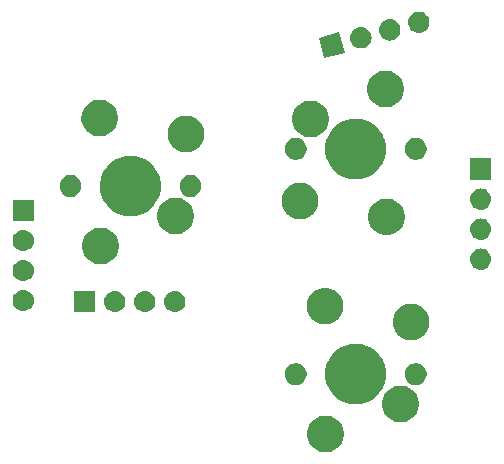
<source format=gbr>
G04 #@! TF.GenerationSoftware,KiCad,Pcbnew,(5.1.4)-1*
G04 #@! TF.CreationDate,2023-09-09T05:27:38-04:00*
G04 #@! TF.ProjectId,ThumbsUp,5468756d-6273-4557-902e-6b696361645f,rev?*
G04 #@! TF.SameCoordinates,Original*
G04 #@! TF.FileFunction,Soldermask,Top*
G04 #@! TF.FilePolarity,Negative*
%FSLAX46Y46*%
G04 Gerber Fmt 4.6, Leading zero omitted, Abs format (unit mm)*
G04 Created by KiCad (PCBNEW (5.1.4)-1) date 2023-09-09 05:27:38*
%MOMM*%
%LPD*%
G04 APERTURE LIST*
%ADD10C,0.100000*%
G04 APERTURE END LIST*
D10*
G36*
X-109077415Y-375038802D02*
G01*
X-108927590Y-375068604D01*
X-108645326Y-375185521D01*
X-108391295Y-375355259D01*
X-108175259Y-375571295D01*
X-108005521Y-375825326D01*
X-107888604Y-376107590D01*
X-107829000Y-376407240D01*
X-107829000Y-376712760D01*
X-107888604Y-377012410D01*
X-108005521Y-377294674D01*
X-108175259Y-377548705D01*
X-108391295Y-377764741D01*
X-108645326Y-377934479D01*
X-108927590Y-378051396D01*
X-109077415Y-378081198D01*
X-109227239Y-378111000D01*
X-109532761Y-378111000D01*
X-109682585Y-378081198D01*
X-109832410Y-378051396D01*
X-110114674Y-377934479D01*
X-110368705Y-377764741D01*
X-110584741Y-377548705D01*
X-110754479Y-377294674D01*
X-110871396Y-377012410D01*
X-110931000Y-376712760D01*
X-110931000Y-376407240D01*
X-110871396Y-376107590D01*
X-110754479Y-375825326D01*
X-110584741Y-375571295D01*
X-110368705Y-375355259D01*
X-110114674Y-375185521D01*
X-109832410Y-375068604D01*
X-109682585Y-375038802D01*
X-109532761Y-375009000D01*
X-109227239Y-375009000D01*
X-109077415Y-375038802D01*
X-109077415Y-375038802D01*
G37*
G36*
X-102727415Y-372498802D02*
G01*
X-102577590Y-372528604D01*
X-102295326Y-372645521D01*
X-102041295Y-372815259D01*
X-101825259Y-373031295D01*
X-101655521Y-373285326D01*
X-101538604Y-373567590D01*
X-101479000Y-373867240D01*
X-101479000Y-374172760D01*
X-101538604Y-374472410D01*
X-101655521Y-374754674D01*
X-101825259Y-375008705D01*
X-102041295Y-375224741D01*
X-102295326Y-375394479D01*
X-102577590Y-375511396D01*
X-102727415Y-375541198D01*
X-102877239Y-375571000D01*
X-103182761Y-375571000D01*
X-103332585Y-375541198D01*
X-103482410Y-375511396D01*
X-103764674Y-375394479D01*
X-104018705Y-375224741D01*
X-104234741Y-375008705D01*
X-104404479Y-374754674D01*
X-104521396Y-374472410D01*
X-104581000Y-374172760D01*
X-104581000Y-373867240D01*
X-104521396Y-373567590D01*
X-104404479Y-373285326D01*
X-104234741Y-373031295D01*
X-104018705Y-372815259D01*
X-103764674Y-372645521D01*
X-103482410Y-372528604D01*
X-103332585Y-372498802D01*
X-103182761Y-372469000D01*
X-102877239Y-372469000D01*
X-102727415Y-372498802D01*
X-102727415Y-372498802D01*
G37*
G36*
X-106337448Y-368953497D02*
G01*
X-106088609Y-369002994D01*
X-105894425Y-369083428D01*
X-105619808Y-369197178D01*
X-105197896Y-369479090D01*
X-104839090Y-369837896D01*
X-104557178Y-370259808D01*
X-104443428Y-370534425D01*
X-104362994Y-370728609D01*
X-104264000Y-371226286D01*
X-104264000Y-371733714D01*
X-104362994Y-372231391D01*
X-104420580Y-372370415D01*
X-104557178Y-372700192D01*
X-104839090Y-373122104D01*
X-105197896Y-373480910D01*
X-105619808Y-373762822D01*
X-105871893Y-373867239D01*
X-106088609Y-373957006D01*
X-106337448Y-374006503D01*
X-106586285Y-374056000D01*
X-107093715Y-374056000D01*
X-107342552Y-374006503D01*
X-107591391Y-373957006D01*
X-107808107Y-373867239D01*
X-108060192Y-373762822D01*
X-108482104Y-373480910D01*
X-108840910Y-373122104D01*
X-109122822Y-372700192D01*
X-109259420Y-372370415D01*
X-109317006Y-372231391D01*
X-109416000Y-371733714D01*
X-109416000Y-371226286D01*
X-109317006Y-370728609D01*
X-109236572Y-370534425D01*
X-109122822Y-370259808D01*
X-108840910Y-369837896D01*
X-108482104Y-369479090D01*
X-108060192Y-369197178D01*
X-107785575Y-369083428D01*
X-107591391Y-369002994D01*
X-107342552Y-368953497D01*
X-107093715Y-368904000D01*
X-106586285Y-368904000D01*
X-106337448Y-368953497D01*
X-106337448Y-368953497D01*
G37*
G36*
X-111649896Y-370589585D02*
G01*
X-111481374Y-370659389D01*
X-111329709Y-370760728D01*
X-111200728Y-370889709D01*
X-111099389Y-371041374D01*
X-111029585Y-371209896D01*
X-110994000Y-371388797D01*
X-110994000Y-371571203D01*
X-111029585Y-371750104D01*
X-111099389Y-371918626D01*
X-111200728Y-372070291D01*
X-111329709Y-372199272D01*
X-111481374Y-372300611D01*
X-111649896Y-372370415D01*
X-111828797Y-372406000D01*
X-112011203Y-372406000D01*
X-112190104Y-372370415D01*
X-112358626Y-372300611D01*
X-112510291Y-372199272D01*
X-112639272Y-372070291D01*
X-112740611Y-371918626D01*
X-112810415Y-371750104D01*
X-112846000Y-371571203D01*
X-112846000Y-371388797D01*
X-112810415Y-371209896D01*
X-112740611Y-371041374D01*
X-112639272Y-370889709D01*
X-112510291Y-370760728D01*
X-112358626Y-370659389D01*
X-112190104Y-370589585D01*
X-112011203Y-370554000D01*
X-111828797Y-370554000D01*
X-111649896Y-370589585D01*
X-111649896Y-370589585D01*
G37*
G36*
X-101489896Y-370589585D02*
G01*
X-101321374Y-370659389D01*
X-101169709Y-370760728D01*
X-101040728Y-370889709D01*
X-100939389Y-371041374D01*
X-100869585Y-371209896D01*
X-100834000Y-371388797D01*
X-100834000Y-371571203D01*
X-100869585Y-371750104D01*
X-100939389Y-371918626D01*
X-101040728Y-372070291D01*
X-101169709Y-372199272D01*
X-101321374Y-372300611D01*
X-101489896Y-372370415D01*
X-101668797Y-372406000D01*
X-101851203Y-372406000D01*
X-102030104Y-372370415D01*
X-102198626Y-372300611D01*
X-102350291Y-372199272D01*
X-102479272Y-372070291D01*
X-102580611Y-371918626D01*
X-102650415Y-371750104D01*
X-102686000Y-371571203D01*
X-102686000Y-371388797D01*
X-102650415Y-371209896D01*
X-102580611Y-371041374D01*
X-102479272Y-370889709D01*
X-102350291Y-370760728D01*
X-102198626Y-370659389D01*
X-102030104Y-370589585D01*
X-101851203Y-370554000D01*
X-101668797Y-370554000D01*
X-101489896Y-370589585D01*
X-101489896Y-370589585D01*
G37*
G36*
X-101837415Y-365558802D02*
G01*
X-101687590Y-365588604D01*
X-101405326Y-365705521D01*
X-101151295Y-365875259D01*
X-100935259Y-366091295D01*
X-100765521Y-366345326D01*
X-100716087Y-366464672D01*
X-100648604Y-366627591D01*
X-100589000Y-366927239D01*
X-100589000Y-367232761D01*
X-100618802Y-367382585D01*
X-100648604Y-367532410D01*
X-100765521Y-367814674D01*
X-100935259Y-368068705D01*
X-101151295Y-368284741D01*
X-101405326Y-368454479D01*
X-101687590Y-368571396D01*
X-101837415Y-368601198D01*
X-101987239Y-368631000D01*
X-102292761Y-368631000D01*
X-102442585Y-368601198D01*
X-102592410Y-368571396D01*
X-102874674Y-368454479D01*
X-103128705Y-368284741D01*
X-103344741Y-368068705D01*
X-103514479Y-367814674D01*
X-103631396Y-367532410D01*
X-103661198Y-367382585D01*
X-103691000Y-367232761D01*
X-103691000Y-366927239D01*
X-103631396Y-366627591D01*
X-103563913Y-366464672D01*
X-103514479Y-366345326D01*
X-103344741Y-366091295D01*
X-103128705Y-365875259D01*
X-102874674Y-365705521D01*
X-102592410Y-365588604D01*
X-102442585Y-365558802D01*
X-102292761Y-365529000D01*
X-101987239Y-365529000D01*
X-101837415Y-365558802D01*
X-101837415Y-365558802D01*
G37*
G36*
X-109137415Y-364208802D02*
G01*
X-108987590Y-364238604D01*
X-108705326Y-364355521D01*
X-108451295Y-364525259D01*
X-108235259Y-364741295D01*
X-108065521Y-364995326D01*
X-107948604Y-365277590D01*
X-107948604Y-365277591D01*
X-107889000Y-365577239D01*
X-107889000Y-365882761D01*
X-107890058Y-365888078D01*
X-107948604Y-366182410D01*
X-108065521Y-366464674D01*
X-108235259Y-366718705D01*
X-108451295Y-366934741D01*
X-108705326Y-367104479D01*
X-108987590Y-367221396D01*
X-109044721Y-367232760D01*
X-109287239Y-367281000D01*
X-109592761Y-367281000D01*
X-109835279Y-367232760D01*
X-109892410Y-367221396D01*
X-110174674Y-367104479D01*
X-110428705Y-366934741D01*
X-110644741Y-366718705D01*
X-110814479Y-366464674D01*
X-110931396Y-366182410D01*
X-110989942Y-365888078D01*
X-110991000Y-365882761D01*
X-110991000Y-365577239D01*
X-110931396Y-365277591D01*
X-110931396Y-365277590D01*
X-110814479Y-364995326D01*
X-110644741Y-364741295D01*
X-110428705Y-364525259D01*
X-110174674Y-364355521D01*
X-109892410Y-364238604D01*
X-109742585Y-364208802D01*
X-109592761Y-364179000D01*
X-109287239Y-364179000D01*
X-109137415Y-364208802D01*
X-109137415Y-364208802D01*
G37*
G36*
X-128868330Y-366245574D02*
G01*
X-130670330Y-366245574D01*
X-130670330Y-364443574D01*
X-128868330Y-364443574D01*
X-128868330Y-366245574D01*
X-128868330Y-366245574D01*
G37*
G36*
X-127118888Y-364450092D02*
G01*
X-127052703Y-364456611D01*
X-126882864Y-364508131D01*
X-126726339Y-364591796D01*
X-126706953Y-364607706D01*
X-126589144Y-364704388D01*
X-126505882Y-364805845D01*
X-126476552Y-364841583D01*
X-126392887Y-364998108D01*
X-126341367Y-365167947D01*
X-126323971Y-365344574D01*
X-126341367Y-365521201D01*
X-126392887Y-365691040D01*
X-126476552Y-365847565D01*
X-126499280Y-365875259D01*
X-126589144Y-365984760D01*
X-126690601Y-366068022D01*
X-126726339Y-366097352D01*
X-126882864Y-366181017D01*
X-127052703Y-366232537D01*
X-127118888Y-366239056D01*
X-127185070Y-366245574D01*
X-127273590Y-366245574D01*
X-127339772Y-366239056D01*
X-127405957Y-366232537D01*
X-127575796Y-366181017D01*
X-127732321Y-366097352D01*
X-127768059Y-366068022D01*
X-127869516Y-365984760D01*
X-127959380Y-365875259D01*
X-127982108Y-365847565D01*
X-128065773Y-365691040D01*
X-128117293Y-365521201D01*
X-128134689Y-365344574D01*
X-128117293Y-365167947D01*
X-128065773Y-364998108D01*
X-127982108Y-364841583D01*
X-127952778Y-364805845D01*
X-127869516Y-364704388D01*
X-127751707Y-364607706D01*
X-127732321Y-364591796D01*
X-127575796Y-364508131D01*
X-127405957Y-364456611D01*
X-127339772Y-364450092D01*
X-127273590Y-364443574D01*
X-127185070Y-364443574D01*
X-127118888Y-364450092D01*
X-127118888Y-364450092D01*
G37*
G36*
X-124578888Y-364450092D02*
G01*
X-124512703Y-364456611D01*
X-124342864Y-364508131D01*
X-124186339Y-364591796D01*
X-124166953Y-364607706D01*
X-124049144Y-364704388D01*
X-123965882Y-364805845D01*
X-123936552Y-364841583D01*
X-123852887Y-364998108D01*
X-123801367Y-365167947D01*
X-123783971Y-365344574D01*
X-123801367Y-365521201D01*
X-123852887Y-365691040D01*
X-123936552Y-365847565D01*
X-123959280Y-365875259D01*
X-124049144Y-365984760D01*
X-124150601Y-366068022D01*
X-124186339Y-366097352D01*
X-124342864Y-366181017D01*
X-124512703Y-366232537D01*
X-124578888Y-366239056D01*
X-124645070Y-366245574D01*
X-124733590Y-366245574D01*
X-124799772Y-366239056D01*
X-124865957Y-366232537D01*
X-125035796Y-366181017D01*
X-125192321Y-366097352D01*
X-125228059Y-366068022D01*
X-125329516Y-365984760D01*
X-125419380Y-365875259D01*
X-125442108Y-365847565D01*
X-125525773Y-365691040D01*
X-125577293Y-365521201D01*
X-125594689Y-365344574D01*
X-125577293Y-365167947D01*
X-125525773Y-364998108D01*
X-125442108Y-364841583D01*
X-125412778Y-364805845D01*
X-125329516Y-364704388D01*
X-125211707Y-364607706D01*
X-125192321Y-364591796D01*
X-125035796Y-364508131D01*
X-124865957Y-364456611D01*
X-124799772Y-364450092D01*
X-124733590Y-364443574D01*
X-124645070Y-364443574D01*
X-124578888Y-364450092D01*
X-124578888Y-364450092D01*
G37*
G36*
X-122038888Y-364450092D02*
G01*
X-121972703Y-364456611D01*
X-121802864Y-364508131D01*
X-121646339Y-364591796D01*
X-121626953Y-364607706D01*
X-121509144Y-364704388D01*
X-121425882Y-364805845D01*
X-121396552Y-364841583D01*
X-121312887Y-364998108D01*
X-121261367Y-365167947D01*
X-121243971Y-365344574D01*
X-121261367Y-365521201D01*
X-121312887Y-365691040D01*
X-121396552Y-365847565D01*
X-121419280Y-365875259D01*
X-121509144Y-365984760D01*
X-121610601Y-366068022D01*
X-121646339Y-366097352D01*
X-121802864Y-366181017D01*
X-121972703Y-366232537D01*
X-122038888Y-366239056D01*
X-122105070Y-366245574D01*
X-122193590Y-366245574D01*
X-122259772Y-366239056D01*
X-122325957Y-366232537D01*
X-122495796Y-366181017D01*
X-122652321Y-366097352D01*
X-122688059Y-366068022D01*
X-122789516Y-365984760D01*
X-122879380Y-365875259D01*
X-122902108Y-365847565D01*
X-122985773Y-365691040D01*
X-123037293Y-365521201D01*
X-123054689Y-365344574D01*
X-123037293Y-365167947D01*
X-122985773Y-364998108D01*
X-122902108Y-364841583D01*
X-122872778Y-364805845D01*
X-122789516Y-364704388D01*
X-122671707Y-364607706D01*
X-122652321Y-364591796D01*
X-122495796Y-364508131D01*
X-122325957Y-364456611D01*
X-122259772Y-364450092D01*
X-122193590Y-364443574D01*
X-122105070Y-364443574D01*
X-122038888Y-364450092D01*
X-122038888Y-364450092D01*
G37*
G36*
X-134866177Y-364353411D02*
G01*
X-134799993Y-364359929D01*
X-134630154Y-364411449D01*
X-134473629Y-364495114D01*
X-134457768Y-364508131D01*
X-134336434Y-364607706D01*
X-134253172Y-364709163D01*
X-134223842Y-364744901D01*
X-134140177Y-364901426D01*
X-134088657Y-365071265D01*
X-134071261Y-365247892D01*
X-134088657Y-365424519D01*
X-134140177Y-365594358D01*
X-134223842Y-365750883D01*
X-134253172Y-365786621D01*
X-134336434Y-365888078D01*
X-134437891Y-365971340D01*
X-134473629Y-366000670D01*
X-134630154Y-366084335D01*
X-134799993Y-366135855D01*
X-134866177Y-366142373D01*
X-134932360Y-366148892D01*
X-135020880Y-366148892D01*
X-135087063Y-366142373D01*
X-135153247Y-366135855D01*
X-135323086Y-366084335D01*
X-135479611Y-366000670D01*
X-135515349Y-365971340D01*
X-135616806Y-365888078D01*
X-135700068Y-365786621D01*
X-135729398Y-365750883D01*
X-135813063Y-365594358D01*
X-135864583Y-365424519D01*
X-135881979Y-365247892D01*
X-135864583Y-365071265D01*
X-135813063Y-364901426D01*
X-135729398Y-364744901D01*
X-135700068Y-364709163D01*
X-135616806Y-364607706D01*
X-135495472Y-364508131D01*
X-135479611Y-364495114D01*
X-135323086Y-364411449D01*
X-135153247Y-364359929D01*
X-135087063Y-364353411D01*
X-135020880Y-364346892D01*
X-134932360Y-364346892D01*
X-134866177Y-364353411D01*
X-134866177Y-364353411D01*
G37*
G36*
X-134866177Y-361813411D02*
G01*
X-134799993Y-361819929D01*
X-134630154Y-361871449D01*
X-134473629Y-361955114D01*
X-134437891Y-361984444D01*
X-134336434Y-362067706D01*
X-134284116Y-362131457D01*
X-134223842Y-362204901D01*
X-134140177Y-362361426D01*
X-134088657Y-362531265D01*
X-134071261Y-362707892D01*
X-134088657Y-362884519D01*
X-134140177Y-363054358D01*
X-134223842Y-363210883D01*
X-134253172Y-363246621D01*
X-134336434Y-363348078D01*
X-134437891Y-363431340D01*
X-134473629Y-363460670D01*
X-134630154Y-363544335D01*
X-134799993Y-363595855D01*
X-134866177Y-363602373D01*
X-134932360Y-363608892D01*
X-135020880Y-363608892D01*
X-135087063Y-363602373D01*
X-135153247Y-363595855D01*
X-135323086Y-363544335D01*
X-135479611Y-363460670D01*
X-135515349Y-363431340D01*
X-135616806Y-363348078D01*
X-135700068Y-363246621D01*
X-135729398Y-363210883D01*
X-135813063Y-363054358D01*
X-135864583Y-362884519D01*
X-135881979Y-362707892D01*
X-135864583Y-362531265D01*
X-135813063Y-362361426D01*
X-135729398Y-362204901D01*
X-135669124Y-362131457D01*
X-135616806Y-362067706D01*
X-135515349Y-361984444D01*
X-135479611Y-361955114D01*
X-135323086Y-361871449D01*
X-135153247Y-361819929D01*
X-135087063Y-361813411D01*
X-135020880Y-361806892D01*
X-134932360Y-361806892D01*
X-134866177Y-361813411D01*
X-134866177Y-361813411D01*
G37*
G36*
X-96147698Y-360854232D02*
G01*
X-96081514Y-360860750D01*
X-95911675Y-360912270D01*
X-95755150Y-360995935D01*
X-95744916Y-361004334D01*
X-95617955Y-361108527D01*
X-95534693Y-361209984D01*
X-95505363Y-361245722D01*
X-95421698Y-361402247D01*
X-95370178Y-361572086D01*
X-95352782Y-361748713D01*
X-95370178Y-361925340D01*
X-95421698Y-362095179D01*
X-95505363Y-362251704D01*
X-95534693Y-362287442D01*
X-95617955Y-362388899D01*
X-95719412Y-362472161D01*
X-95755150Y-362501491D01*
X-95911675Y-362585156D01*
X-96081514Y-362636676D01*
X-96147699Y-362643195D01*
X-96213881Y-362649713D01*
X-96302401Y-362649713D01*
X-96368583Y-362643195D01*
X-96434768Y-362636676D01*
X-96604607Y-362585156D01*
X-96761132Y-362501491D01*
X-96796870Y-362472161D01*
X-96898327Y-362388899D01*
X-96981589Y-362287442D01*
X-97010919Y-362251704D01*
X-97094584Y-362095179D01*
X-97146104Y-361925340D01*
X-97163500Y-361748713D01*
X-97146104Y-361572086D01*
X-97094584Y-361402247D01*
X-97010919Y-361245722D01*
X-96981589Y-361209984D01*
X-96898327Y-361108527D01*
X-96771366Y-361004334D01*
X-96761132Y-360995935D01*
X-96604607Y-360912270D01*
X-96434768Y-360860750D01*
X-96368584Y-360854232D01*
X-96302401Y-360847713D01*
X-96213881Y-360847713D01*
X-96147698Y-360854232D01*
X-96147698Y-360854232D01*
G37*
G36*
X-128141369Y-359118863D02*
G01*
X-127991544Y-359148665D01*
X-127709280Y-359265582D01*
X-127455249Y-359435320D01*
X-127239213Y-359651356D01*
X-127069475Y-359905387D01*
X-126952558Y-360187651D01*
X-126952558Y-360187652D01*
X-126892954Y-360487300D01*
X-126892954Y-360792822D01*
X-126895989Y-360808078D01*
X-126952558Y-361092471D01*
X-127069475Y-361374735D01*
X-127239213Y-361628766D01*
X-127455249Y-361844802D01*
X-127709280Y-362014540D01*
X-127991544Y-362131457D01*
X-128141369Y-362161259D01*
X-128291193Y-362191061D01*
X-128596715Y-362191061D01*
X-128746539Y-362161259D01*
X-128896364Y-362131457D01*
X-129178628Y-362014540D01*
X-129432659Y-361844802D01*
X-129648695Y-361628766D01*
X-129818433Y-361374735D01*
X-129935350Y-361092471D01*
X-129991919Y-360808078D01*
X-129994954Y-360792822D01*
X-129994954Y-360487300D01*
X-129935350Y-360187652D01*
X-129935350Y-360187651D01*
X-129818433Y-359905387D01*
X-129648695Y-359651356D01*
X-129432659Y-359435320D01*
X-129178628Y-359265582D01*
X-128896364Y-359148665D01*
X-128746539Y-359118863D01*
X-128596715Y-359089061D01*
X-128291193Y-359089061D01*
X-128141369Y-359118863D01*
X-128141369Y-359118863D01*
G37*
G36*
X-134866178Y-359273410D02*
G01*
X-134799993Y-359279929D01*
X-134630154Y-359331449D01*
X-134473629Y-359415114D01*
X-134449008Y-359435320D01*
X-134336434Y-359527706D01*
X-134284116Y-359591457D01*
X-134223842Y-359664901D01*
X-134140177Y-359821426D01*
X-134088657Y-359991265D01*
X-134071261Y-360167892D01*
X-134088657Y-360344519D01*
X-134140177Y-360514358D01*
X-134223842Y-360670883D01*
X-134253172Y-360706621D01*
X-134336434Y-360808078D01*
X-134437891Y-360891340D01*
X-134473629Y-360920670D01*
X-134630154Y-361004335D01*
X-134799993Y-361055855D01*
X-134866177Y-361062373D01*
X-134932360Y-361068892D01*
X-135020880Y-361068892D01*
X-135087063Y-361062373D01*
X-135153247Y-361055855D01*
X-135323086Y-361004335D01*
X-135479611Y-360920670D01*
X-135515349Y-360891340D01*
X-135616806Y-360808078D01*
X-135700068Y-360706621D01*
X-135729398Y-360670883D01*
X-135813063Y-360514358D01*
X-135864583Y-360344519D01*
X-135881979Y-360167892D01*
X-135864583Y-359991265D01*
X-135813063Y-359821426D01*
X-135729398Y-359664901D01*
X-135669124Y-359591457D01*
X-135616806Y-359527706D01*
X-135504232Y-359435320D01*
X-135479611Y-359415114D01*
X-135323086Y-359331449D01*
X-135153247Y-359279929D01*
X-135087062Y-359273410D01*
X-135020880Y-359266892D01*
X-134932360Y-359266892D01*
X-134866178Y-359273410D01*
X-134866178Y-359273410D01*
G37*
G36*
X-96157014Y-358313314D02*
G01*
X-96081514Y-358320750D01*
X-95911675Y-358372270D01*
X-95755150Y-358455935D01*
X-95719412Y-358485265D01*
X-95617955Y-358568527D01*
X-95534693Y-358669984D01*
X-95505363Y-358705722D01*
X-95421698Y-358862247D01*
X-95370178Y-359032086D01*
X-95352782Y-359208713D01*
X-95370178Y-359385340D01*
X-95421698Y-359555179D01*
X-95505363Y-359711704D01*
X-95534693Y-359747442D01*
X-95617955Y-359848899D01*
X-95719412Y-359932161D01*
X-95755150Y-359961491D01*
X-95911675Y-360045156D01*
X-96081514Y-360096676D01*
X-96147698Y-360103194D01*
X-96213881Y-360109713D01*
X-96302401Y-360109713D01*
X-96368584Y-360103194D01*
X-96434768Y-360096676D01*
X-96604607Y-360045156D01*
X-96761132Y-359961491D01*
X-96796870Y-359932161D01*
X-96898327Y-359848899D01*
X-96981589Y-359747442D01*
X-97010919Y-359711704D01*
X-97094584Y-359555179D01*
X-97146104Y-359385340D01*
X-97163500Y-359208713D01*
X-97146104Y-359032086D01*
X-97094584Y-358862247D01*
X-97010919Y-358705722D01*
X-96981589Y-358669984D01*
X-96898327Y-358568527D01*
X-96796870Y-358485265D01*
X-96761132Y-358455935D01*
X-96604607Y-358372270D01*
X-96434768Y-358320750D01*
X-96359268Y-358313314D01*
X-96302401Y-358307713D01*
X-96213881Y-358307713D01*
X-96157014Y-358313314D01*
X-96157014Y-358313314D01*
G37*
G36*
X-103937415Y-356650720D02*
G01*
X-103787590Y-356680522D01*
X-103505326Y-356797439D01*
X-103251295Y-356967177D01*
X-103035259Y-357183213D01*
X-102865521Y-357437244D01*
X-102778368Y-357647652D01*
X-102748604Y-357719509D01*
X-102689000Y-358019157D01*
X-102689000Y-358324679D01*
X-102715108Y-358455934D01*
X-102748604Y-358624328D01*
X-102865521Y-358906592D01*
X-103035259Y-359160623D01*
X-103251295Y-359376659D01*
X-103505326Y-359546397D01*
X-103787590Y-359663314D01*
X-103937415Y-359693116D01*
X-104087239Y-359722918D01*
X-104392761Y-359722918D01*
X-104542585Y-359693116D01*
X-104692410Y-359663314D01*
X-104974674Y-359546397D01*
X-105228705Y-359376659D01*
X-105444741Y-359160623D01*
X-105614479Y-358906592D01*
X-105731396Y-358624328D01*
X-105764892Y-358455934D01*
X-105791000Y-358324679D01*
X-105791000Y-358019157D01*
X-105731396Y-357719509D01*
X-105701632Y-357647652D01*
X-105614479Y-357437244D01*
X-105444741Y-357183213D01*
X-105228705Y-356967177D01*
X-104974674Y-356797439D01*
X-104692410Y-356680522D01*
X-104542585Y-356650720D01*
X-104392761Y-356620918D01*
X-104087239Y-356620918D01*
X-103937415Y-356650720D01*
X-103937415Y-356650720D01*
G37*
G36*
X-121791369Y-356578863D02*
G01*
X-121641544Y-356608665D01*
X-121359280Y-356725582D01*
X-121105249Y-356895320D01*
X-120889213Y-357111356D01*
X-120719475Y-357365387D01*
X-120602558Y-357647651D01*
X-120542954Y-357947301D01*
X-120542954Y-358252821D01*
X-120602558Y-358552471D01*
X-120719475Y-358834735D01*
X-120889213Y-359088766D01*
X-121105249Y-359304802D01*
X-121359280Y-359474540D01*
X-121641544Y-359591457D01*
X-121791369Y-359621259D01*
X-121941193Y-359651061D01*
X-122246715Y-359651061D01*
X-122396539Y-359621259D01*
X-122546364Y-359591457D01*
X-122828628Y-359474540D01*
X-123082659Y-359304802D01*
X-123298695Y-359088766D01*
X-123468433Y-358834735D01*
X-123585350Y-358552471D01*
X-123644954Y-358252821D01*
X-123644954Y-357947301D01*
X-123585350Y-357647651D01*
X-123468433Y-357365387D01*
X-123298695Y-357111356D01*
X-123082659Y-356895320D01*
X-122828628Y-356725582D01*
X-122546364Y-356608665D01*
X-122396539Y-356578863D01*
X-122246715Y-356549061D01*
X-121941193Y-356549061D01*
X-121791369Y-356578863D01*
X-121791369Y-356578863D01*
G37*
G36*
X-134075620Y-358528892D02*
G01*
X-135877620Y-358528892D01*
X-135877620Y-356726892D01*
X-134075620Y-356726892D01*
X-134075620Y-358528892D01*
X-134075620Y-358528892D01*
G37*
G36*
X-111291524Y-355289957D02*
G01*
X-111087590Y-355330522D01*
X-110805326Y-355447439D01*
X-110551295Y-355617177D01*
X-110335259Y-355833213D01*
X-110165521Y-356087244D01*
X-110048604Y-356369508D01*
X-110025420Y-356486061D01*
X-109989000Y-356669157D01*
X-109989000Y-356974679D01*
X-110016187Y-357111356D01*
X-110048604Y-357274328D01*
X-110165521Y-357556592D01*
X-110335259Y-357810623D01*
X-110551295Y-358026659D01*
X-110805326Y-358196397D01*
X-111087590Y-358313314D01*
X-111144721Y-358324678D01*
X-111387239Y-358372918D01*
X-111692761Y-358372918D01*
X-111935279Y-358324678D01*
X-111992410Y-358313314D01*
X-112274674Y-358196397D01*
X-112528705Y-358026659D01*
X-112744741Y-357810623D01*
X-112914479Y-357556592D01*
X-113031396Y-357274328D01*
X-113063813Y-357111356D01*
X-113091000Y-356974679D01*
X-113091000Y-356669157D01*
X-113054580Y-356486061D01*
X-113031396Y-356369508D01*
X-112914479Y-356087244D01*
X-112744741Y-355833213D01*
X-112528705Y-355617177D01*
X-112274674Y-355447439D01*
X-111992410Y-355330522D01*
X-111788476Y-355289957D01*
X-111692761Y-355270918D01*
X-111387239Y-355270918D01*
X-111291524Y-355289957D01*
X-111291524Y-355289957D01*
G37*
G36*
X-125508735Y-353012208D02*
G01*
X-125152563Y-353083055D01*
X-124958379Y-353163489D01*
X-124683762Y-353277239D01*
X-124261850Y-353559151D01*
X-123903044Y-353917957D01*
X-123621132Y-354339869D01*
X-123507382Y-354614486D01*
X-123426948Y-354808670D01*
X-123394903Y-354969770D01*
X-123327954Y-355306346D01*
X-123327954Y-355813776D01*
X-123348275Y-355915934D01*
X-123426948Y-356311452D01*
X-123484534Y-356450476D01*
X-123621132Y-356780253D01*
X-123903044Y-357202165D01*
X-124261850Y-357560971D01*
X-124683762Y-357842883D01*
X-124935847Y-357947300D01*
X-125152563Y-358037067D01*
X-125401402Y-358086564D01*
X-125650239Y-358136061D01*
X-126157669Y-358136061D01*
X-126406506Y-358086564D01*
X-126655345Y-358037067D01*
X-126872061Y-357947300D01*
X-127124146Y-357842883D01*
X-127546058Y-357560971D01*
X-127904864Y-357202165D01*
X-128186776Y-356780253D01*
X-128323374Y-356450476D01*
X-128380960Y-356311452D01*
X-128459633Y-355915934D01*
X-128479954Y-355813776D01*
X-128479954Y-355306346D01*
X-128413005Y-354969770D01*
X-128380960Y-354808670D01*
X-128300526Y-354614486D01*
X-128186776Y-354339869D01*
X-127904864Y-353917957D01*
X-127546058Y-353559151D01*
X-127124146Y-353277239D01*
X-126849529Y-353163489D01*
X-126655345Y-353083055D01*
X-126299173Y-353012208D01*
X-126157669Y-352984061D01*
X-125650239Y-352984061D01*
X-125508735Y-353012208D01*
X-125508735Y-353012208D01*
G37*
G36*
X-96147698Y-355774232D02*
G01*
X-96081514Y-355780750D01*
X-95911675Y-355832270D01*
X-95755150Y-355915935D01*
X-95719412Y-355945265D01*
X-95617955Y-356028527D01*
X-95534693Y-356129984D01*
X-95505363Y-356165722D01*
X-95421698Y-356322247D01*
X-95370178Y-356492086D01*
X-95352782Y-356668713D01*
X-95370178Y-356845340D01*
X-95421698Y-357015179D01*
X-95505363Y-357171704D01*
X-95530362Y-357202165D01*
X-95617955Y-357308899D01*
X-95719412Y-357392161D01*
X-95755150Y-357421491D01*
X-95911675Y-357505156D01*
X-96081514Y-357556676D01*
X-96125123Y-357560971D01*
X-96213881Y-357569713D01*
X-96302401Y-357569713D01*
X-96391159Y-357560971D01*
X-96434768Y-357556676D01*
X-96604607Y-357505156D01*
X-96761132Y-357421491D01*
X-96796870Y-357392161D01*
X-96898327Y-357308899D01*
X-96985920Y-357202165D01*
X-97010919Y-357171704D01*
X-97094584Y-357015179D01*
X-97146104Y-356845340D01*
X-97163500Y-356668713D01*
X-97146104Y-356492086D01*
X-97094584Y-356322247D01*
X-97010919Y-356165722D01*
X-96981589Y-356129984D01*
X-96898327Y-356028527D01*
X-96796870Y-355945265D01*
X-96761132Y-355915935D01*
X-96604607Y-355832270D01*
X-96434768Y-355780750D01*
X-96368584Y-355774232D01*
X-96302401Y-355767713D01*
X-96213881Y-355767713D01*
X-96147698Y-355774232D01*
X-96147698Y-355774232D01*
G37*
G36*
X-120553850Y-354669646D02*
G01*
X-120385328Y-354739450D01*
X-120233663Y-354840789D01*
X-120104682Y-354969770D01*
X-120003343Y-355121435D01*
X-119933539Y-355289957D01*
X-119897954Y-355468858D01*
X-119897954Y-355651264D01*
X-119933539Y-355830165D01*
X-120003343Y-355998687D01*
X-120104682Y-356150352D01*
X-120233663Y-356279333D01*
X-120385328Y-356380672D01*
X-120553850Y-356450476D01*
X-120732751Y-356486061D01*
X-120915157Y-356486061D01*
X-121094058Y-356450476D01*
X-121262580Y-356380672D01*
X-121414245Y-356279333D01*
X-121543226Y-356150352D01*
X-121644565Y-355998687D01*
X-121714369Y-355830165D01*
X-121749954Y-355651264D01*
X-121749954Y-355468858D01*
X-121714369Y-355289957D01*
X-121644565Y-355121435D01*
X-121543226Y-354969770D01*
X-121414245Y-354840789D01*
X-121262580Y-354739450D01*
X-121094058Y-354669646D01*
X-120915157Y-354634061D01*
X-120732751Y-354634061D01*
X-120553850Y-354669646D01*
X-120553850Y-354669646D01*
G37*
G36*
X-130713850Y-354669646D02*
G01*
X-130545328Y-354739450D01*
X-130393663Y-354840789D01*
X-130264682Y-354969770D01*
X-130163343Y-355121435D01*
X-130093539Y-355289957D01*
X-130057954Y-355468858D01*
X-130057954Y-355651264D01*
X-130093539Y-355830165D01*
X-130163343Y-355998687D01*
X-130264682Y-356150352D01*
X-130393663Y-356279333D01*
X-130545328Y-356380672D01*
X-130713850Y-356450476D01*
X-130892751Y-356486061D01*
X-131075157Y-356486061D01*
X-131254058Y-356450476D01*
X-131422580Y-356380672D01*
X-131574245Y-356279333D01*
X-131703226Y-356150352D01*
X-131804565Y-355998687D01*
X-131874369Y-355830165D01*
X-131909954Y-355651264D01*
X-131909954Y-355468858D01*
X-131874369Y-355289957D01*
X-131804565Y-355121435D01*
X-131703226Y-354969770D01*
X-131574245Y-354840789D01*
X-131422580Y-354739450D01*
X-131254058Y-354669646D01*
X-131075157Y-354634061D01*
X-130892751Y-354634061D01*
X-130713850Y-354669646D01*
X-130713850Y-354669646D01*
G37*
G36*
X-95357141Y-355029713D02*
G01*
X-97159141Y-355029713D01*
X-97159141Y-353227713D01*
X-95357141Y-353227713D01*
X-95357141Y-355029713D01*
X-95357141Y-355029713D01*
G37*
G36*
X-106337448Y-349895415D02*
G01*
X-106088609Y-349944912D01*
X-106045371Y-349962822D01*
X-105619808Y-350139096D01*
X-105197896Y-350421008D01*
X-104839090Y-350779814D01*
X-104557178Y-351201726D01*
X-104486104Y-351373314D01*
X-104420579Y-351531504D01*
X-104362994Y-351670528D01*
X-104267866Y-352148765D01*
X-104264000Y-352168204D01*
X-104264000Y-352675632D01*
X-104362994Y-353173309D01*
X-104420580Y-353312333D01*
X-104557178Y-353642110D01*
X-104839090Y-354064022D01*
X-105197896Y-354422828D01*
X-105619808Y-354704740D01*
X-105870720Y-354808671D01*
X-106088609Y-354898924D01*
X-106337448Y-354948421D01*
X-106586285Y-354997918D01*
X-107093715Y-354997918D01*
X-107342552Y-354948421D01*
X-107591391Y-354898924D01*
X-107809280Y-354808671D01*
X-108060192Y-354704740D01*
X-108482104Y-354422828D01*
X-108840910Y-354064022D01*
X-109122822Y-353642110D01*
X-109259420Y-353312333D01*
X-109317006Y-353173309D01*
X-109416000Y-352675632D01*
X-109416000Y-352168204D01*
X-109412133Y-352148765D01*
X-109317006Y-351670528D01*
X-109259420Y-351531504D01*
X-109193896Y-351373314D01*
X-109122822Y-351201726D01*
X-108840910Y-350779814D01*
X-108482104Y-350421008D01*
X-108060192Y-350139096D01*
X-107634629Y-349962822D01*
X-107591391Y-349944912D01*
X-107342552Y-349895415D01*
X-107093715Y-349845918D01*
X-106586285Y-349845918D01*
X-106337448Y-349895415D01*
X-106337448Y-349895415D01*
G37*
G36*
X-111649896Y-351531503D02*
G01*
X-111481374Y-351601307D01*
X-111329709Y-351702646D01*
X-111200728Y-351831627D01*
X-111099389Y-351983292D01*
X-111029585Y-352151814D01*
X-110994000Y-352330715D01*
X-110994000Y-352513121D01*
X-111029585Y-352692022D01*
X-111099389Y-352860544D01*
X-111200728Y-353012209D01*
X-111329709Y-353141190D01*
X-111481374Y-353242529D01*
X-111649896Y-353312333D01*
X-111828797Y-353347918D01*
X-112011203Y-353347918D01*
X-112190104Y-353312333D01*
X-112358626Y-353242529D01*
X-112510291Y-353141190D01*
X-112639272Y-353012209D01*
X-112740611Y-352860544D01*
X-112810415Y-352692022D01*
X-112846000Y-352513121D01*
X-112846000Y-352330715D01*
X-112810415Y-352151814D01*
X-112740611Y-351983292D01*
X-112639272Y-351831627D01*
X-112510291Y-351702646D01*
X-112358626Y-351601307D01*
X-112190104Y-351531503D01*
X-112011203Y-351495918D01*
X-111828797Y-351495918D01*
X-111649896Y-351531503D01*
X-111649896Y-351531503D01*
G37*
G36*
X-101489896Y-351531503D02*
G01*
X-101321374Y-351601307D01*
X-101169709Y-351702646D01*
X-101040728Y-351831627D01*
X-100939389Y-351983292D01*
X-100869585Y-352151814D01*
X-100834000Y-352330715D01*
X-100834000Y-352513121D01*
X-100869585Y-352692022D01*
X-100939389Y-352860544D01*
X-101040728Y-353012209D01*
X-101169709Y-353141190D01*
X-101321374Y-353242529D01*
X-101489896Y-353312333D01*
X-101668797Y-353347918D01*
X-101851203Y-353347918D01*
X-102030104Y-353312333D01*
X-102198626Y-353242529D01*
X-102350291Y-353141190D01*
X-102479272Y-353012209D01*
X-102580611Y-352860544D01*
X-102650415Y-352692022D01*
X-102686000Y-352513121D01*
X-102686000Y-352330715D01*
X-102650415Y-352151814D01*
X-102580611Y-351983292D01*
X-102479272Y-351831627D01*
X-102350291Y-351702646D01*
X-102198626Y-351601307D01*
X-102030104Y-351531503D01*
X-101851203Y-351495918D01*
X-101668797Y-351495918D01*
X-101489896Y-351531503D01*
X-101489896Y-351531503D01*
G37*
G36*
X-120901369Y-349638863D02*
G01*
X-120751544Y-349668665D01*
X-120469280Y-349785582D01*
X-120215249Y-349955320D01*
X-119999213Y-350171356D01*
X-119829475Y-350425387D01*
X-119780041Y-350544733D01*
X-119712558Y-350707652D01*
X-119652954Y-351007300D01*
X-119652954Y-351312822D01*
X-119664987Y-351373314D01*
X-119712558Y-351612471D01*
X-119829475Y-351894735D01*
X-119999213Y-352148766D01*
X-120215249Y-352364802D01*
X-120469280Y-352534540D01*
X-120751544Y-352651457D01*
X-120873080Y-352675632D01*
X-121051193Y-352711061D01*
X-121356715Y-352711061D01*
X-121534828Y-352675632D01*
X-121656364Y-352651457D01*
X-121938628Y-352534540D01*
X-122192659Y-352364802D01*
X-122408695Y-352148766D01*
X-122578433Y-351894735D01*
X-122695350Y-351612471D01*
X-122742921Y-351373314D01*
X-122754954Y-351312822D01*
X-122754954Y-351007300D01*
X-122695350Y-350707652D01*
X-122627867Y-350544733D01*
X-122578433Y-350425387D01*
X-122408695Y-350171356D01*
X-122192659Y-349955320D01*
X-121938628Y-349785582D01*
X-121656364Y-349668665D01*
X-121506539Y-349638863D01*
X-121356715Y-349609061D01*
X-121051193Y-349609061D01*
X-120901369Y-349638863D01*
X-120901369Y-349638863D01*
G37*
G36*
X-110347415Y-348360720D02*
G01*
X-110197590Y-348390522D01*
X-109915326Y-348507439D01*
X-109661295Y-348677177D01*
X-109445259Y-348893213D01*
X-109275521Y-349147244D01*
X-109158604Y-349429508D01*
X-109099000Y-349729158D01*
X-109099000Y-350034678D01*
X-109158604Y-350334328D01*
X-109275521Y-350616592D01*
X-109445259Y-350870623D01*
X-109661295Y-351086659D01*
X-109915326Y-351256397D01*
X-110197590Y-351373314D01*
X-110347415Y-351403116D01*
X-110497239Y-351432918D01*
X-110802761Y-351432918D01*
X-110952585Y-351403116D01*
X-111102410Y-351373314D01*
X-111384674Y-351256397D01*
X-111638705Y-351086659D01*
X-111854741Y-350870623D01*
X-112024479Y-350616592D01*
X-112141396Y-350334328D01*
X-112201000Y-350034678D01*
X-112201000Y-349729158D01*
X-112141396Y-349429508D01*
X-112024479Y-349147244D01*
X-111854741Y-348893213D01*
X-111638705Y-348677177D01*
X-111384674Y-348507439D01*
X-111102410Y-348390522D01*
X-110952585Y-348360720D01*
X-110802761Y-348330918D01*
X-110497239Y-348330918D01*
X-110347415Y-348360720D01*
X-110347415Y-348360720D01*
G37*
G36*
X-128201369Y-348288863D02*
G01*
X-128051544Y-348318665D01*
X-127769280Y-348435582D01*
X-127515249Y-348605320D01*
X-127299213Y-348821356D01*
X-127129475Y-349075387D01*
X-127012558Y-349357651D01*
X-127012558Y-349357652D01*
X-126962549Y-349609061D01*
X-126952954Y-349657301D01*
X-126952954Y-349962821D01*
X-127012558Y-350262471D01*
X-127129475Y-350544735D01*
X-127299213Y-350798766D01*
X-127515249Y-351014802D01*
X-127769280Y-351184540D01*
X-128051544Y-351301457D01*
X-128108675Y-351312821D01*
X-128351193Y-351361061D01*
X-128656715Y-351361061D01*
X-128899233Y-351312821D01*
X-128956364Y-351301457D01*
X-129238628Y-351184540D01*
X-129492659Y-351014802D01*
X-129708695Y-350798766D01*
X-129878433Y-350544735D01*
X-129995350Y-350262471D01*
X-130054954Y-349962821D01*
X-130054954Y-349657301D01*
X-130045358Y-349609061D01*
X-129995350Y-349357652D01*
X-129995350Y-349357651D01*
X-129878433Y-349075387D01*
X-129708695Y-348821356D01*
X-129492659Y-348605320D01*
X-129238628Y-348435582D01*
X-128956364Y-348318665D01*
X-128806539Y-348288863D01*
X-128656715Y-348259061D01*
X-128351193Y-348259061D01*
X-128201369Y-348288863D01*
X-128201369Y-348288863D01*
G37*
G36*
X-103997415Y-345820720D02*
G01*
X-103847590Y-345850522D01*
X-103565326Y-345967439D01*
X-103311295Y-346137177D01*
X-103095259Y-346353213D01*
X-102925521Y-346607244D01*
X-102808604Y-346889508D01*
X-102749000Y-347189158D01*
X-102749000Y-347494678D01*
X-102808604Y-347794328D01*
X-102925521Y-348076592D01*
X-103095259Y-348330623D01*
X-103311295Y-348546659D01*
X-103565326Y-348716397D01*
X-103847590Y-348833314D01*
X-103997415Y-348863116D01*
X-104147239Y-348892918D01*
X-104452761Y-348892918D01*
X-104602585Y-348863116D01*
X-104752410Y-348833314D01*
X-105034674Y-348716397D01*
X-105288705Y-348546659D01*
X-105504741Y-348330623D01*
X-105674479Y-348076592D01*
X-105791396Y-347794328D01*
X-105851000Y-347494678D01*
X-105851000Y-347189158D01*
X-105791396Y-346889508D01*
X-105674479Y-346607244D01*
X-105504741Y-346353213D01*
X-105288705Y-346137177D01*
X-105034674Y-345967439D01*
X-104752410Y-345850522D01*
X-104602585Y-345820720D01*
X-104452761Y-345790918D01*
X-104147239Y-345790918D01*
X-103997415Y-345820720D01*
X-103997415Y-345820720D01*
G37*
G36*
X-107749724Y-344297694D02*
G01*
X-109490322Y-344764086D01*
X-109956714Y-343023488D01*
X-108216116Y-342557096D01*
X-107749724Y-344297694D01*
X-107749724Y-344297694D01*
G37*
G36*
X-106289324Y-342108710D02*
G01*
X-106223140Y-342115228D01*
X-106053301Y-342166748D01*
X-105896776Y-342250413D01*
X-105861038Y-342279743D01*
X-105759581Y-342363005D01*
X-105676319Y-342464462D01*
X-105646989Y-342500200D01*
X-105563324Y-342656725D01*
X-105511804Y-342826564D01*
X-105494408Y-343003191D01*
X-105511804Y-343179818D01*
X-105563324Y-343349657D01*
X-105646989Y-343506182D01*
X-105676319Y-343541920D01*
X-105759581Y-343643377D01*
X-105861038Y-343726639D01*
X-105896776Y-343755969D01*
X-106053301Y-343839634D01*
X-106223140Y-343891154D01*
X-106289324Y-343897672D01*
X-106355507Y-343904191D01*
X-106444027Y-343904191D01*
X-106510210Y-343897672D01*
X-106576394Y-343891154D01*
X-106746233Y-343839634D01*
X-106902758Y-343755969D01*
X-106938496Y-343726639D01*
X-107039953Y-343643377D01*
X-107123215Y-343541920D01*
X-107152545Y-343506182D01*
X-107236210Y-343349657D01*
X-107287730Y-343179818D01*
X-107305126Y-343003191D01*
X-107287730Y-342826564D01*
X-107236210Y-342656725D01*
X-107152545Y-342500200D01*
X-107123215Y-342464462D01*
X-107039953Y-342363005D01*
X-106938496Y-342279743D01*
X-106902758Y-342250413D01*
X-106746233Y-342166748D01*
X-106576394Y-342115228D01*
X-106510210Y-342108710D01*
X-106444027Y-342102191D01*
X-106355507Y-342102191D01*
X-106289324Y-342108710D01*
X-106289324Y-342108710D01*
G37*
G36*
X-103835873Y-341451309D02*
G01*
X-103769689Y-341457827D01*
X-103599850Y-341509347D01*
X-103443325Y-341593012D01*
X-103407587Y-341622342D01*
X-103306130Y-341705604D01*
X-103222868Y-341807061D01*
X-103193538Y-341842799D01*
X-103109873Y-341999324D01*
X-103058353Y-342169163D01*
X-103040957Y-342345790D01*
X-103058353Y-342522417D01*
X-103109873Y-342692256D01*
X-103193538Y-342848781D01*
X-103222868Y-342884519D01*
X-103306130Y-342985976D01*
X-103407587Y-343069238D01*
X-103443325Y-343098568D01*
X-103599850Y-343182233D01*
X-103769689Y-343233753D01*
X-103835873Y-343240271D01*
X-103902056Y-343246790D01*
X-103990576Y-343246790D01*
X-104056759Y-343240271D01*
X-104122943Y-343233753D01*
X-104292782Y-343182233D01*
X-104449307Y-343098568D01*
X-104485045Y-343069238D01*
X-104586502Y-342985976D01*
X-104669764Y-342884519D01*
X-104699094Y-342848781D01*
X-104782759Y-342692256D01*
X-104834279Y-342522417D01*
X-104851675Y-342345790D01*
X-104834279Y-342169163D01*
X-104782759Y-341999324D01*
X-104699094Y-341842799D01*
X-104669764Y-341807061D01*
X-104586502Y-341705604D01*
X-104485045Y-341622342D01*
X-104449307Y-341593012D01*
X-104292782Y-341509347D01*
X-104122943Y-341457827D01*
X-104056759Y-341451309D01*
X-103990576Y-341444790D01*
X-103902056Y-341444790D01*
X-103835873Y-341451309D01*
X-103835873Y-341451309D01*
G37*
G36*
X-101382421Y-340793909D02*
G01*
X-101316237Y-340800427D01*
X-101146398Y-340851947D01*
X-100989873Y-340935612D01*
X-100954135Y-340964942D01*
X-100852678Y-341048204D01*
X-100769416Y-341149661D01*
X-100740086Y-341185399D01*
X-100656421Y-341341924D01*
X-100604901Y-341511763D01*
X-100587505Y-341688390D01*
X-100604901Y-341865017D01*
X-100656421Y-342034856D01*
X-100740086Y-342191381D01*
X-100769416Y-342227119D01*
X-100852678Y-342328576D01*
X-100954135Y-342411838D01*
X-100989873Y-342441168D01*
X-101146398Y-342524833D01*
X-101316237Y-342576353D01*
X-101382422Y-342582872D01*
X-101448604Y-342589390D01*
X-101537124Y-342589390D01*
X-101603306Y-342582872D01*
X-101669491Y-342576353D01*
X-101839330Y-342524833D01*
X-101995855Y-342441168D01*
X-102031593Y-342411838D01*
X-102133050Y-342328576D01*
X-102216312Y-342227119D01*
X-102245642Y-342191381D01*
X-102329307Y-342034856D01*
X-102380827Y-341865017D01*
X-102398223Y-341688390D01*
X-102380827Y-341511763D01*
X-102329307Y-341341924D01*
X-102245642Y-341185399D01*
X-102216312Y-341149661D01*
X-102133050Y-341048204D01*
X-102031593Y-340964942D01*
X-101995855Y-340935612D01*
X-101839330Y-340851947D01*
X-101669491Y-340800427D01*
X-101603307Y-340793909D01*
X-101537124Y-340787390D01*
X-101448604Y-340787390D01*
X-101382421Y-340793909D01*
X-101382421Y-340793909D01*
G37*
M02*

</source>
